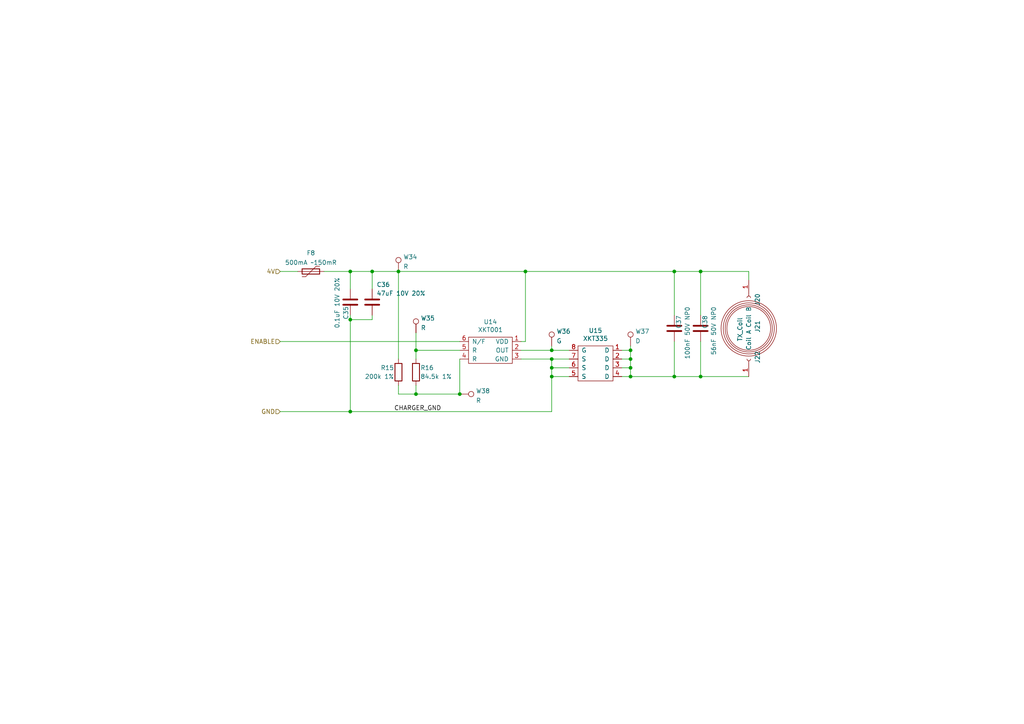
<source format=kicad_sch>
(kicad_sch (version 20211123) (generator eeschema)
  (paper "A4")
  (lib_symbols
    (symbol "Connector:Conn_01x01_Female" (pin_names (offset 1.016) hide)
      (property "Reference" "J" (at 0 2.54 0))
      (property "Value" "Conn_01x01_Female" (at 0 -2.54 0))
      (symbol "Conn_01x01_Female_1_1"
        (polyline (pts (xy -1.27 0) (xy -0.508 0)) (stroke (width 0.1524)))
        (arc (start 0 0.508) (mid -0.508 0) (end 0 -0.508) (stroke (width 0.1524)))
        (pin passive line (at -5.08 0 0) (length 3.81) (name "Pin_1") (number "1"))
      )
    )
    (symbol "Device:C" (pin_numbers hide) (pin_names (offset 0.254))
      (property "Reference" "C" (at 0.635 2.54 0))
      (property "Value" "C" (at 0.635 -2.54 0))
      (symbol "C_0_1"
        (polyline (pts (xy -2.032 -0.762) (xy 2.032 -0.762)) (stroke (width 0.508)))
        (polyline (pts (xy -2.032 0.762) (xy 2.032 0.762)) (stroke (width 0.508)))
      )
      (symbol "C_1_1"
        (pin passive line (at 0 3.81 270) (length 2.794) (name "~") (number "1"))
        (pin passive line (at 0 -3.81 90) (length 2.794) (name "~") (number "2"))
      )
    )
    (symbol "Device:Polyfuse" (pin_numbers hide) (pin_names (offset 0))
      (property "Reference" "F" (at -2.54 0 90))
      (property "Value" "Polyfuse" (at 2.54 0 90))
      (symbol "Polyfuse_0_1"
        (rectangle (start -0.762 2.54) (end 0.762 -2.54) (stroke (width 0.254)))
        (polyline (pts (xy 0 2.54) (xy 0 -2.54)))
        (polyline (pts (xy -1.524 2.54) (xy -1.524 1.524) (xy 1.524 -1.524) (xy 1.524 -2.54)))
      )
      (symbol "Polyfuse_1_1"
        (pin passive line (at 0 3.81 270) (length 1.27) (name "~") (number "1"))
        (pin passive line (at 0 -3.81 90) (length 1.27) (name "~") (number "2"))
      )
    )
    (symbol "Device:R" (pin_numbers hide) (pin_names (offset 0))
      (property "Reference" "R" (at 2.032 0 90))
      (property "Value" "R" (at 0 0 90))
      (symbol "R_0_1"
        (rectangle (start -1.016 -2.54) (end 1.016 2.54) (stroke (width 0.254)))
      )
      (symbol "R_1_1"
        (pin passive line (at 0 3.81 270) (length 1.27) (name "~") (number "1"))
        (pin passive line (at 0 -3.81 90) (length 1.27) (name "~") (number "2"))
      )
    )
    (symbol "Pixels-dice:TEST_1P-conn" (pin_numbers hide) (pin_names (offset 0.762) hide)
      (property "Reference" "W" (at 0 6.858 0))
      (property "Value" "TEST_1P-conn" (at 0 5.08 0))
      (symbol "TEST_1P-conn_0_1"
        (circle (center 0 3.302) (radius 0.762))
      )
      (symbol "TEST_1P-conn_1_1"
        (pin passive line (at 0 0 90) (length 2.54) (name "1") (number "1"))
      )
    )
    (symbol "Pixels-dice:TX_Coil"
      (property "Reference" "J" (at 0 10.16 0))
      (property "Value" "TX_Coil" (at 0 -10.16 0))
      (symbol "TX_Coil_0_1"
        (circle (center 0 0) (radius 6.35))
        (circle (center 0 0) (radius 6.8392))
        (circle (center 0 0) (radius 7.4053))
        (circle (center 0 0) (radius 8.0322))
      )
    )
    (symbol "Pixels-dice:XKT001" (pin_names (offset 1.016))
      (property "Reference" "U" (at 0 5.08 0))
      (property "Value" "XKT001" (at 0 -5.08 0))
      (symbol "XKT001_0_1"
        (rectangle (start -6.35 3.81) (end 6.35 -3.81))
      )
      (symbol "XKT001_1_1"
        (pin power_in line (at -8.89 2.54 0) (length 2.54) (name "VDD") (number "1"))
        (pin output line (at -8.89 0 0) (length 2.54) (name "OUT") (number "2"))
        (pin power_in line (at -8.89 -2.54 0) (length 2.54) (name "GND") (number "3"))
        (pin passive line (at 8.89 -2.54 180) (length 2.54) (name "R") (number "4"))
        (pin passive line (at 8.89 0 180) (length 2.54) (name "R") (number "5"))
        (pin input line (at 8.89 2.54 180) (length 2.54) (name "N/F") (number "6"))
      )
    )
    (symbol "Pixels-dice:XKT335" (pin_names (offset 1.016))
      (property "Reference" "U" (at 0 6.35 0))
      (property "Value" "XKT335" (at 0 -6.35 0))
      (symbol "XKT335_0_1"
        (rectangle (start -5.08 5.08) (end 5.08 -5.08))
      )
      (symbol "XKT335_1_1"
        (pin input line (at -7.62 3.81 0) (length 2.54) (name "D") (number "1"))
        (pin input line (at -7.62 1.27 0) (length 2.54) (name "D") (number "2"))
        (pin input line (at -7.62 -1.27 0) (length 2.54) (name "D") (number "3"))
        (pin input line (at -7.62 -3.81 0) (length 2.54) (name "D") (number "4"))
        (pin input line (at 7.62 -3.81 180) (length 2.54) (name "S") (number "5"))
        (pin input line (at 7.62 -1.27 180) (length 2.54) (name "S") (number "6"))
        (pin input line (at 7.62 1.27 180) (length 2.54) (name "S") (number "7"))
        (pin input line (at 7.62 3.81 180) (length 2.54) (name "G") (number "8"))
      )
    )
  )
  (junction (at 195.58 78.74))
  (junction (at 133.35 114.3))
  (junction (at 160.02 106.68))
  (junction (at 115.57 78.74))
  (junction (at 160.02 104.14))
  (junction (at 152.4 78.74))
  (junction (at 160.02 101.6))
  (junction (at 203.2 78.74))
  (junction (at 101.6 92.71))
  (junction (at 182.88 106.68))
  (junction (at 101.6 78.74))
  (junction (at 120.65 114.3))
  (junction (at 203.2 109.22))
  (junction (at 182.88 109.22))
  (junction (at 195.58 109.22))
  (junction (at 107.95 78.74))
  (junction (at 160.02 109.22))
  (junction (at 182.88 104.14))
  (junction (at 101.6 119.38))
  (junction (at 120.65 101.6))
  (junction (at 182.88 101.6))
  (wire (pts (xy 133.35 104.14) (xy 133.35 114.3)))
  (wire (pts (xy 203.2 109.22) (xy 217.17 109.22)))
  (wire (pts (xy 160.02 109.22) (xy 160.02 119.38)))
  (wire (pts (xy 152.4 78.74) (xy 152.4 99.06)))
  (wire (pts (xy 120.65 114.3) (xy 115.57 114.3)))
  (wire (pts (xy 160.02 106.68) (xy 160.02 109.22)))
  (wire (pts (xy 151.13 99.06) (xy 152.4 99.06)))
  (wire (pts (xy 120.65 114.3) (xy 133.35 114.3)))
  (wire (pts (xy 120.65 104.14) (xy 120.65 101.6)))
  (wire (pts (xy 160.02 101.6) (xy 165.1 101.6)))
  (wire (pts (xy 160.02 109.22) (xy 165.1 109.22)))
  (wire (pts (xy 203.2 91.44) (xy 203.2 78.74)))
  (wire (pts (xy 115.57 114.3) (xy 115.57 111.76)))
  (wire (pts (xy 107.95 91.44) (xy 107.95 92.71)))
  (wire (pts (xy 107.95 92.71) (xy 101.6 92.71)))
  (wire (pts (xy 195.58 99.06) (xy 195.58 109.22)))
  (wire (pts (xy 81.28 99.06) (xy 133.35 99.06)))
  (wire (pts (xy 182.88 101.6) (xy 182.88 100.33)))
  (wire (pts (xy 81.28 119.38) (xy 101.6 119.38)))
  (wire (pts (xy 180.34 101.6) (xy 182.88 101.6)))
  (wire (pts (xy 120.65 101.6) (xy 133.35 101.6)))
  (wire (pts (xy 182.88 101.6) (xy 182.88 104.14)))
  (wire (pts (xy 203.2 99.06) (xy 203.2 109.22)))
  (wire (pts (xy 182.88 104.14) (xy 182.88 106.68)))
  (wire (pts (xy 180.34 106.68) (xy 182.88 106.68)))
  (wire (pts (xy 160.02 106.68) (xy 160.02 104.14)))
  (wire (pts (xy 165.1 104.14) (xy 160.02 104.14)))
  (wire (pts (xy 195.58 78.74) (xy 203.2 78.74)))
  (wire (pts (xy 101.6 91.44) (xy 101.6 92.71)))
  (wire (pts (xy 182.88 109.22) (xy 195.58 109.22)))
  (wire (pts (xy 120.65 96.52) (xy 120.65 101.6)))
  (wire (pts (xy 81.28 78.74) (xy 86.36 78.74)))
  (wire (pts (xy 101.6 83.82) (xy 101.6 78.74)))
  (wire (pts (xy 107.95 78.74) (xy 107.95 83.82)))
  (wire (pts (xy 160.02 104.14) (xy 151.13 104.14)))
  (wire (pts (xy 195.58 109.22) (xy 203.2 109.22)))
  (wire (pts (xy 107.95 78.74) (xy 115.57 78.74)))
  (wire (pts (xy 160.02 101.6) (xy 160.02 100.33)))
  (wire (pts (xy 217.17 78.74) (xy 203.2 78.74)))
  (wire (pts (xy 115.57 78.74) (xy 152.4 78.74)))
  (wire (pts (xy 217.17 81.28) (xy 217.17 78.74)))
  (wire (pts (xy 120.65 114.3) (xy 120.65 111.76)))
  (wire (pts (xy 101.6 92.71) (xy 101.6 119.38)))
  (wire (pts (xy 93.98 78.74) (xy 101.6 78.74)))
  (wire (pts (xy 195.58 91.44) (xy 195.58 78.74)))
  (wire (pts (xy 165.1 106.68) (xy 160.02 106.68)))
  (wire (pts (xy 115.57 78.74) (xy 115.57 104.14)))
  (wire (pts (xy 101.6 119.38) (xy 160.02 119.38)))
  (wire (pts (xy 152.4 78.74) (xy 195.58 78.74)))
  (wire (pts (xy 180.34 104.14) (xy 182.88 104.14)))
  (wire (pts (xy 101.6 78.74) (xy 107.95 78.74)))
  (wire (pts (xy 182.88 109.22) (xy 180.34 109.22)))
  (wire (pts (xy 182.88 106.68) (xy 182.88 109.22)))
  (wire (pts (xy 151.13 101.6) (xy 160.02 101.6)))
  (label "CHARGER_GND" (at 114.3 119.38 0))
  (hierarchical_label "GND" (shape input) (at 81.28 119.38 180))
  (hierarchical_label "4V" (shape input) (at 81.28 78.74 180))
  (hierarchical_label "ENABLE" (shape input) (at 81.28 99.06 180))
  (symbol (lib_id "Pixels-dice:XKT335") (at 172.72 105.41 0) (mirror y)
    (property "Reference" "U15" (at 172.72 95.885 0))
    (property "Value" "XKT335" (at 172.72 98.1964 0))
    (property "Footprint" "Pixels-dice:SOIC-8_3.9x4.9mm_P1.27mm" (effects hide))
    (property "Manufacturer" "XKT" (effects hide))
    (property "Manufacturer Part Number" "XKT-335" (effects hide))
  )
  (symbol (lib_id "Device:Polyfuse") (at 90.17 78.74 90)
    (property "Reference" "F8" (at 90.17 73.3765 90))
    (property "Value" "500mA ~150mR" (at 90.17 76.1516 90))
    (property "Footprint" "Fuse:Fuse_0805_2012Metric" (effects hide))
    (property "LCSC Part Number" "C135329" (effects hide))
    (property "Manufacturer" "Shenzhen JDT Fuse" (effects hide))
    (property "Manufacturer Part Number" "ASMD0805-050" (effects hide))
  )
  (symbol (lib_id "Pixels-dice:TEST_1P-conn") (at 133.35 114.3 270)
    (property "Reference" "W38" (at 138.049 113.3915 90) (effects (justify left)))
    (property "Value" "R" (at 138.049 116.1666 90) (effects (justify left)))
    (property "Footprint" "Pixels-dice:TEST_PIN" (effects hide))
  )
  (symbol (lib_id "Pixels-dice:TEST_1P-conn") (at 120.65 96.52 0)
    (property "Reference" "W35" (at 122.047 92.3095 0) (effects (justify left)))
    (property "Value" "R" (at 122.047 95.0846 0) (effects (justify left)))
    (property "Footprint" "Pixels-dice:TEST_PIN" (effects hide))
  )
  (symbol (lib_id "Device:R") (at 115.57 107.95 0) (mirror x)
    (property "Reference" "R15" (at 114.3 106.68 0) (effects (justify right)))
    (property "Value" "200k 1%" (at 114.3 109.22 0) (effects (justify right)))
    (property "Footprint" "Resistor_SMD:R_0402_1005Metric" (effects hide))
    (property "LCSC Part Number" "C25764" (effects hide))
    (property "Manufacturer" "UNI-ROYAL(Uniroyal Elec)" (effects hide))
    (property "Manufacturer Part Number" "0402WGF2003TCE" (effects hide))
  )
  (symbol (lib_id "Pixels-dice:TEST_1P-conn") (at 115.57 78.74 0)
    (property "Reference" "W34" (at 116.967 74.5295 0) (effects (justify left)))
    (property "Value" "R" (at 116.967 77.3046 0) (effects (justify left)))
    (property "Footprint" "Pixels-dice:TEST_PIN" (effects hide))
  )
  (symbol (lib_id "Device:C") (at 195.58 95.25 0) (mirror x)
    (property "Reference" "C37" (at 196.85 91.44 90) (effects (justify left)))
    (property "Value" "100nF 50V NP0" (at 199.39 88.9 90) (effects (justify left)))
    (property "Footprint" "Capacitor_SMD:C_1206_3216Metric" (effects hide))
    (property "LCSC Part Number" "C21812" (effects hide))
    (property "Manufacturer" "Murata" (effects hide))
    (property "Manufacturer Part Number" "GRM31C5C1H104JA01L" (effects hide))
  )
  (symbol (lib_id "Pixels-dice:XKT001") (at 142.24 101.6 0) (mirror y)
    (property "Reference" "U14" (at 142.24 93.345 0))
    (property "Value" "XKT001" (at 142.24 95.6564 0))
    (property "Footprint" "Package_TO_SOT_SMD:SOT-23-6" (effects hide))
    (property "Manufacturer" "XKT" (effects hide))
    (property "Manufacturer Part Number" "XKT-001" (effects hide))
  )
  (symbol (lib_id "Device:C") (at 101.6 87.63 0)
    (property "Reference" "C35" (at 100.33 92.71 90) (effects (justify left)))
    (property "Value" "0.1uF 10V 20%" (at 97.79 95.25 90) (effects (justify left)))
    (property "Footprint" "Capacitor_SMD:C_0402_1005Metric" (effects hide))
    (property "LCSC Part Number" "C2168305" (effects hide))
    (property "Manufacturer" "Murata" (effects hide))
    (property "Manufacturer Part Number" "GRM155R71E104KE14J" (effects hide))
  )
  (symbol (lib_id "Device:R") (at 120.65 107.95 0) (mirror x)
    (property "Reference" "R16" (at 121.92 106.68 0) (effects (justify left)))
    (property "Value" "84.5k 1%" (at 121.92 109.22 0) (effects (justify left)))
    (property "Footprint" "Resistor_SMD:R_0402_1005Metric" (effects hide))
    (property "LCSC Part Number" "C26988" (effects hide))
    (property "Manufacturer" "UNI-ROYAL(Uniroyal Elec)" (effects hide))
    (property "Manufacturer Part Number" "0402WGF8452TCE" (effects hide))
  )
  (symbol (lib_id "Pixels-dice:TEST_1P-conn") (at 160.02 100.33 0)
    (property "Reference" "W36" (at 161.417 96.1195 0) (effects (justify left)))
    (property "Value" "G" (at 161.417 98.8946 0) (effects (justify left)))
    (property "Footprint" "Pixels-dice:TEST_PIN" (effects hide))
  )
  (symbol (lib_id "Device:C") (at 107.95 87.63 0)
    (property "Reference" "C36" (at 109.22 82.55 0) (effects (justify left)))
    (property "Value" "47uF 10V 20%" (at 109.22 85.09 0) (effects (justify left)))
    (property "Footprint" "Capacitor_SMD:C_1206_3216Metric" (effects hide))
    (property "LCSC Part Number" "C94034" (effects hide))
    (property "Manufacturer" "Murata" (effects hide))
    (property "Manufacturer Part Number" "GRM31CR61A476ME15L" (effects hide))
  )
  (symbol (lib_id "Device:C") (at 203.2 95.25 0) (mirror x)
    (property "Reference" "C38" (at 204.47 91.44 90) (effects (justify left)))
    (property "Value" "56nF 50V NP0" (at 207.01 88.9 90) (effects (justify left)))
    (property "Footprint" "Capacitor_SMD:C_1206_3216Metric" (effects hide))
    (property "LCSC Part Number" "C441752" (effects hide))
    (property "Manufacturer" "Murata" (effects hide))
    (property "Manufacturer Part Number" "GRM31M5C1H563JA01L" (effects hide))
  )
  (symbol (lib_id "Pixels-dice:TX_Coil") (at 217.17 95.25 0)
    (property "Reference" "J21" (at 219.71 96.52 90) (effects (justify left)))
    (property "Value" "TX_Coil" (at 214.63 99.06 90) (effects (justify left)))
    (property "Footprint" "Pixels-dice:TX Coil" (effects hide))
  )
  (symbol (lib_id "Connector:Conn_01x01_Female") (at 217.17 86.36 90) (mirror x)
    (property "Reference" "J20" (at 219.71 85.09 0) (effects (justify left)))
    (property "Value" "Coil B" (at 217.17 88.9 0) (effects (justify left)))
    (property "Footprint" "TestPoint:TestPoint_THTPad_D2.0mm_Drill1.0mm" (effects hide))
  )
  (symbol (lib_id "Pixels-dice:TEST_1P-conn") (at 182.88 100.33 0)
    (property "Reference" "W37" (at 184.277 96.1195 0) (effects (justify left)))
    (property "Value" "D" (at 184.277 98.8946 0) (effects (justify left)))
    (property "Footprint" "Pixels-dice:TEST_PIN" (effects hide))
  )
  (symbol (lib_id "Connector:Conn_01x01_Female") (at 217.17 104.14 270) (mirror x)
    (property "Reference" "J22" (at 219.71 105.41 0) (effects (justify left)))
    (property "Value" "Coil A" (at 217.17 101.6 0) (effects (justify left)))
    (property "Footprint" "TestPoint:TestPoint_THTPad_D2.0mm_Drill1.0mm" (effects hide))
  )
)
</source>
